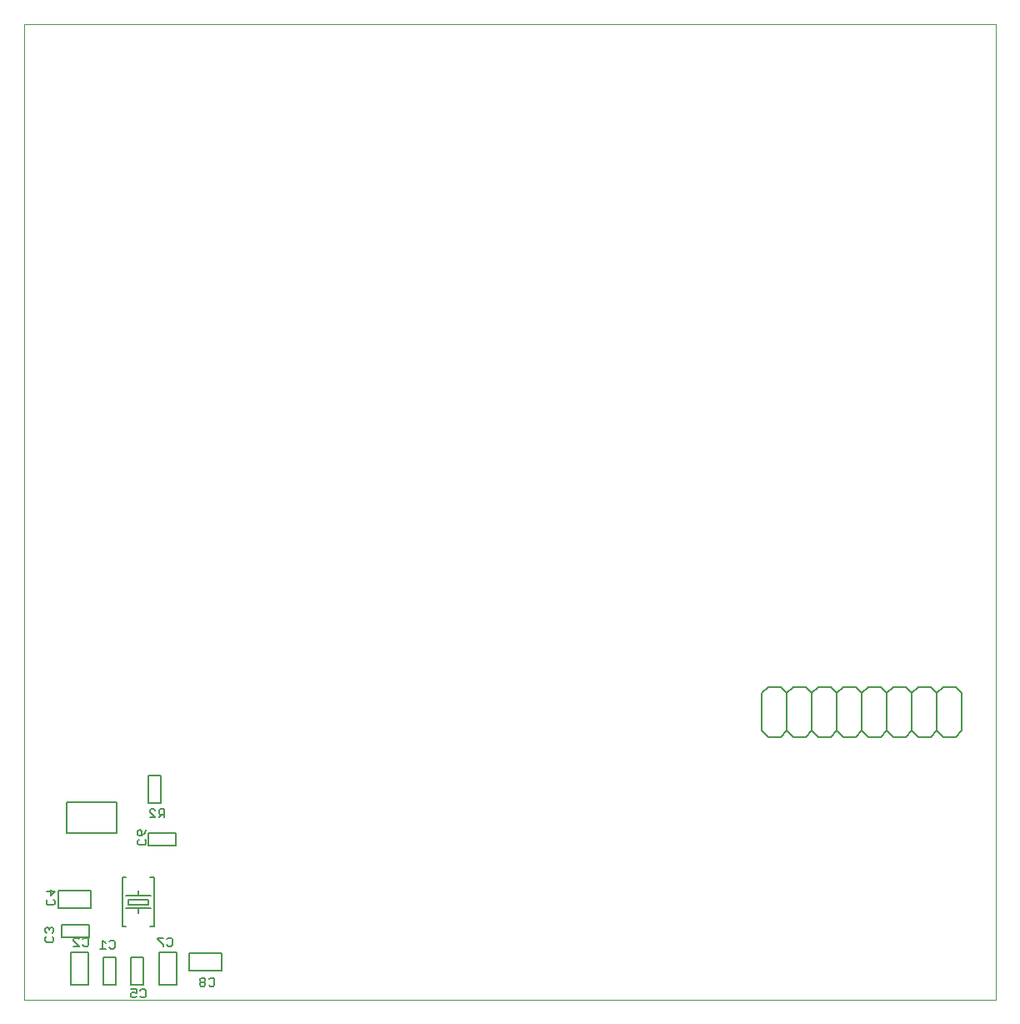
<source format=gbo>
G75*
%MOIN*%
%OFA0B0*%
%FSLAX24Y24*%
%IPPOS*%
%LPD*%
%AMOC8*
5,1,8,0,0,1.08239X$1,22.5*
%
%ADD10C,0.0000*%
%ADD11C,0.0050*%
%ADD12C,0.0060*%
D10*
X000535Y000450D02*
X000535Y039446D01*
X039405Y039446D01*
X039405Y000450D01*
X000535Y000450D01*
D11*
X002385Y001050D02*
X002385Y002350D01*
X003085Y002350D01*
X003085Y001050D01*
X002385Y001050D01*
X003685Y001050D02*
X004185Y001050D01*
X004185Y002150D01*
X003685Y002150D01*
X003685Y001050D01*
X004785Y001050D02*
X005285Y001050D01*
X005285Y002150D01*
X004785Y002150D01*
X004785Y001050D01*
X005935Y001050D02*
X005935Y002350D01*
X006635Y002350D01*
X006635Y001050D01*
X005935Y001050D01*
X007135Y001600D02*
X007135Y002300D01*
X008435Y002300D01*
X008435Y001600D01*
X007135Y001600D01*
X005715Y003366D02*
X005558Y003366D01*
X005715Y003366D02*
X005715Y005334D01*
X005558Y005334D01*
X005085Y004800D02*
X005085Y004600D01*
X004585Y004600D01*
X004685Y004450D02*
X005485Y004450D01*
X005485Y004250D01*
X004685Y004250D01*
X004685Y004450D01*
X004585Y004100D02*
X005085Y004100D01*
X005085Y003900D01*
X005085Y004100D02*
X005585Y004100D01*
X005585Y004600D02*
X005085Y004600D01*
X004613Y005334D02*
X004455Y005334D01*
X004455Y003366D01*
X004613Y003366D01*
X003135Y003450D02*
X003135Y002950D01*
X002035Y002950D01*
X002035Y003450D01*
X003135Y003450D01*
X003185Y004100D02*
X001885Y004100D01*
X001885Y004800D01*
X003185Y004800D01*
X003185Y004100D01*
X005485Y006600D02*
X005485Y007100D01*
X006585Y007100D01*
X006585Y006600D01*
X005485Y006600D01*
X004235Y007100D02*
X004235Y008350D01*
X002235Y008350D01*
X002235Y007100D01*
X004235Y007100D01*
X005485Y008300D02*
X005985Y008300D01*
X005985Y009400D01*
X005485Y009400D01*
X005485Y008300D01*
D12*
X005603Y008070D02*
X005547Y008014D01*
X005547Y007957D01*
X005773Y007730D01*
X005547Y007730D01*
X005603Y008070D02*
X005717Y008070D01*
X005773Y008014D01*
X005915Y008014D02*
X005915Y007900D01*
X005972Y007843D01*
X006142Y007843D01*
X006142Y007730D02*
X006142Y008070D01*
X005972Y008070D01*
X005915Y008014D01*
X006028Y007843D02*
X005915Y007730D01*
X005405Y007225D02*
X005349Y007112D01*
X005235Y006998D01*
X005235Y007168D01*
X005179Y007225D01*
X005122Y007225D01*
X005065Y007168D01*
X005065Y007055D01*
X005122Y006998D01*
X005235Y006998D01*
X005122Y006857D02*
X005065Y006800D01*
X005065Y006687D01*
X005122Y006630D01*
X005349Y006630D01*
X005405Y006687D01*
X005405Y006800D01*
X005349Y006857D01*
X001755Y004768D02*
X001585Y004598D01*
X001585Y004825D01*
X001415Y004768D02*
X001755Y004768D01*
X001699Y004457D02*
X001755Y004400D01*
X001755Y004287D01*
X001699Y004230D01*
X001472Y004230D01*
X001415Y004287D01*
X001415Y004400D01*
X001472Y004457D01*
X001479Y003339D02*
X001422Y003339D01*
X001365Y003282D01*
X001365Y003168D01*
X001422Y003112D01*
X001422Y002970D02*
X001365Y002914D01*
X001365Y002800D01*
X001422Y002743D01*
X001649Y002743D01*
X001705Y002800D01*
X001705Y002914D01*
X001649Y002970D01*
X001649Y003112D02*
X001705Y003168D01*
X001705Y003282D01*
X001649Y003339D01*
X001592Y003339D01*
X001535Y003282D01*
X001479Y003339D01*
X001535Y003282D02*
X001535Y003225D01*
X002510Y002864D02*
X002567Y002920D01*
X002680Y002920D01*
X002737Y002864D01*
X002878Y002864D02*
X002935Y002920D01*
X003048Y002920D01*
X003105Y002864D01*
X003105Y002637D01*
X003048Y002580D01*
X002935Y002580D01*
X002878Y002637D01*
X002737Y002580D02*
X002510Y002807D01*
X002510Y002864D01*
X002510Y002580D02*
X002737Y002580D01*
X003560Y002480D02*
X003787Y002480D01*
X003673Y002480D02*
X003673Y002820D01*
X003787Y002707D01*
X003928Y002764D02*
X003985Y002820D01*
X004098Y002820D01*
X004155Y002764D01*
X004155Y002537D01*
X004098Y002480D01*
X003985Y002480D01*
X003928Y002537D01*
X004797Y000870D02*
X005023Y000870D01*
X005023Y000700D01*
X004910Y000757D01*
X004853Y000757D01*
X004797Y000700D01*
X004797Y000587D01*
X004853Y000530D01*
X004967Y000530D01*
X005023Y000587D01*
X005165Y000587D02*
X005222Y000530D01*
X005335Y000530D01*
X005392Y000587D01*
X005392Y000814D01*
X005335Y000870D01*
X005222Y000870D01*
X005165Y000814D01*
X006087Y002580D02*
X006087Y002637D01*
X005860Y002864D01*
X005860Y002920D01*
X006087Y002920D01*
X006228Y002864D02*
X006285Y002920D01*
X006398Y002920D01*
X006455Y002864D01*
X006455Y002637D01*
X006398Y002580D01*
X006285Y002580D01*
X006228Y002637D01*
X007547Y001264D02*
X007547Y001207D01*
X007603Y001150D01*
X007717Y001150D01*
X007773Y001207D01*
X007773Y001264D01*
X007717Y001320D01*
X007603Y001320D01*
X007547Y001264D01*
X007603Y001150D02*
X007547Y001093D01*
X007547Y001037D01*
X007603Y000980D01*
X007717Y000980D01*
X007773Y001037D01*
X007773Y001093D01*
X007717Y001150D01*
X007915Y001037D02*
X007972Y000980D01*
X008085Y000980D01*
X008142Y001037D01*
X008142Y001264D01*
X008085Y001320D01*
X007972Y001320D01*
X007915Y001264D01*
X030035Y011200D02*
X030285Y010950D01*
X030785Y010950D01*
X031035Y011200D01*
X031035Y012700D01*
X031285Y012950D01*
X031785Y012950D01*
X032035Y012700D01*
X032035Y011200D01*
X032285Y010950D01*
X032785Y010950D01*
X033035Y011200D01*
X033035Y012700D01*
X033285Y012950D01*
X033785Y012950D01*
X034035Y012700D01*
X034035Y011200D01*
X034285Y010950D01*
X034785Y010950D01*
X035035Y011200D01*
X035035Y012700D01*
X035285Y012950D01*
X035785Y012950D01*
X036035Y012700D01*
X036035Y011200D01*
X036285Y010950D01*
X036785Y010950D01*
X037035Y011200D01*
X037285Y010950D01*
X037785Y010950D01*
X038035Y011200D01*
X038035Y012700D01*
X037785Y012950D01*
X037285Y012950D01*
X037035Y012700D01*
X037035Y011200D01*
X036035Y011200D02*
X035785Y010950D01*
X035285Y010950D01*
X035035Y011200D01*
X034035Y011200D02*
X033785Y010950D01*
X033285Y010950D01*
X033035Y011200D01*
X032035Y011200D02*
X031785Y010950D01*
X031285Y010950D01*
X031035Y011200D01*
X030035Y011200D02*
X030035Y012700D01*
X030285Y012950D01*
X030785Y012950D01*
X031035Y012700D01*
X032035Y012700D02*
X032285Y012950D01*
X032785Y012950D01*
X033035Y012700D01*
X034035Y012700D02*
X034285Y012950D01*
X034785Y012950D01*
X035035Y012700D01*
X036035Y012700D02*
X036285Y012950D01*
X036785Y012950D01*
X037035Y012700D01*
M02*

</source>
